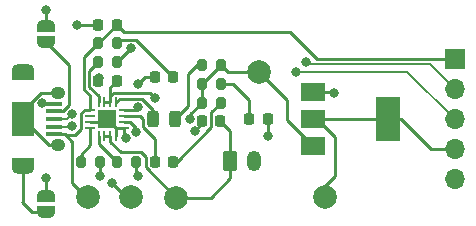
<source format=gtl>
%TF.GenerationSoftware,KiCad,Pcbnew,(6.0.0-0)*%
%TF.CreationDate,2022-11-25T09:54:54+01:00*%
%TF.ProjectId,bq24072_pmic_board,62713234-3037-4325-9f70-6d69635f626f,rev?*%
%TF.SameCoordinates,Original*%
%TF.FileFunction,Copper,L1,Top*%
%TF.FilePolarity,Positive*%
%FSLAX46Y46*%
G04 Gerber Fmt 4.6, Leading zero omitted, Abs format (unit mm)*
G04 Created by KiCad (PCBNEW (6.0.0-0)) date 2022-11-25 09:54:54*
%MOMM*%
%LPD*%
G01*
G04 APERTURE LIST*
G04 Aperture macros list*
%AMRoundRect*
0 Rectangle with rounded corners*
0 $1 Rounding radius*
0 $2 $3 $4 $5 $6 $7 $8 $9 X,Y pos of 4 corners*
0 Add a 4 corners polygon primitive as box body*
4,1,4,$2,$3,$4,$5,$6,$7,$8,$9,$2,$3,0*
0 Add four circle primitives for the rounded corners*
1,1,$1+$1,$2,$3*
1,1,$1+$1,$4,$5*
1,1,$1+$1,$6,$7*
1,1,$1+$1,$8,$9*
0 Add four rect primitives between the rounded corners*
20,1,$1+$1,$2,$3,$4,$5,0*
20,1,$1+$1,$4,$5,$6,$7,0*
20,1,$1+$1,$6,$7,$8,$9,0*
20,1,$1+$1,$8,$9,$2,$3,0*%
%AMFreePoly0*
4,1,22,0.500000,-0.750000,0.000000,-0.750000,0.000000,-0.745033,-0.079941,-0.743568,-0.215256,-0.701293,-0.333266,-0.622738,-0.424486,-0.514219,-0.481581,-0.384460,-0.499164,-0.250000,-0.500000,-0.250000,-0.500000,0.250000,-0.499164,0.250000,-0.499963,0.256109,-0.478152,0.396186,-0.417904,0.524511,-0.324060,0.630769,-0.204165,0.706417,-0.067858,0.745374,0.000000,0.744959,0.000000,0.750000,
0.500000,0.750000,0.500000,-0.750000,0.500000,-0.750000,$1*%
%AMFreePoly1*
4,1,20,0.000000,0.744959,0.073905,0.744508,0.209726,0.703889,0.328688,0.626782,0.421226,0.519385,0.479903,0.390333,0.500000,0.250000,0.500000,-0.250000,0.499851,-0.262216,0.476331,-0.402017,0.414519,-0.529596,0.319384,-0.634700,0.198574,-0.708877,0.061801,-0.746166,0.000000,-0.745033,0.000000,-0.750000,-0.500000,-0.750000,-0.500000,0.750000,0.000000,0.750000,0.000000,0.744959,
0.000000,0.744959,$1*%
G04 Aperture macros list end*
%TA.AperFunction,SMDPad,CuDef*%
%ADD10RoundRect,0.200000X0.200000X0.275000X-0.200000X0.275000X-0.200000X-0.275000X0.200000X-0.275000X0*%
%TD*%
%TA.AperFunction,SMDPad,CuDef*%
%ADD11C,2.000000*%
%TD*%
%TA.AperFunction,SMDPad,CuDef*%
%ADD12RoundRect,0.200000X-0.200000X-0.275000X0.200000X-0.275000X0.200000X0.275000X-0.200000X0.275000X0*%
%TD*%
%TA.AperFunction,ComponentPad*%
%ADD13R,1.700000X1.700000*%
%TD*%
%TA.AperFunction,ComponentPad*%
%ADD14O,1.700000X1.700000*%
%TD*%
%TA.AperFunction,SMDPad,CuDef*%
%ADD15RoundRect,0.218750X-0.218750X-0.256250X0.218750X-0.256250X0.218750X0.256250X-0.218750X0.256250X0*%
%TD*%
%TA.AperFunction,SMDPad,CuDef*%
%ADD16RoundRect,0.225000X-0.225000X-0.250000X0.225000X-0.250000X0.225000X0.250000X-0.225000X0.250000X0*%
%TD*%
%TA.AperFunction,ComponentPad*%
%ADD17RoundRect,0.250000X-0.350000X-0.625000X0.350000X-0.625000X0.350000X0.625000X-0.350000X0.625000X0*%
%TD*%
%TA.AperFunction,ComponentPad*%
%ADD18O,1.200000X1.750000*%
%TD*%
%TA.AperFunction,SMDPad,CuDef*%
%ADD19RoundRect,0.062500X0.062500X-0.375000X0.062500X0.375000X-0.062500X0.375000X-0.062500X-0.375000X0*%
%TD*%
%TA.AperFunction,SMDPad,CuDef*%
%ADD20RoundRect,0.062500X0.375000X-0.062500X0.375000X0.062500X-0.375000X0.062500X-0.375000X-0.062500X0*%
%TD*%
%TA.AperFunction,SMDPad,CuDef*%
%ADD21R,1.600000X1.600000*%
%TD*%
%TA.AperFunction,SMDPad,CuDef*%
%ADD22FreePoly0,90.000000*%
%TD*%
%TA.AperFunction,SMDPad,CuDef*%
%ADD23FreePoly1,90.000000*%
%TD*%
%TA.AperFunction,SMDPad,CuDef*%
%ADD24RoundRect,0.218750X0.218750X0.256250X-0.218750X0.256250X-0.218750X-0.256250X0.218750X-0.256250X0*%
%TD*%
%TA.AperFunction,SMDPad,CuDef*%
%ADD25R,1.350000X0.400000*%
%TD*%
%TA.AperFunction,ComponentPad*%
%ADD26O,1.250000X1.050000*%
%TD*%
%TA.AperFunction,SMDPad,CuDef*%
%ADD27R,1.900000X0.875000*%
%TD*%
%TA.AperFunction,ComponentPad*%
%ADD28O,1.900000X1.000000*%
%TD*%
%TA.AperFunction,SMDPad,CuDef*%
%ADD29R,1.900000X2.900000*%
%TD*%
%TA.AperFunction,SMDPad,CuDef*%
%ADD30RoundRect,0.225000X0.225000X0.250000X-0.225000X0.250000X-0.225000X-0.250000X0.225000X-0.250000X0*%
%TD*%
%TA.AperFunction,SMDPad,CuDef*%
%ADD31R,2.000000X1.500000*%
%TD*%
%TA.AperFunction,SMDPad,CuDef*%
%ADD32R,2.000000X3.800000*%
%TD*%
%TA.AperFunction,SMDPad,CuDef*%
%ADD33RoundRect,0.243750X-0.243750X-0.456250X0.243750X-0.456250X0.243750X0.456250X-0.243750X0.456250X0*%
%TD*%
%TA.AperFunction,ViaPad*%
%ADD34C,0.800000*%
%TD*%
%TA.AperFunction,Conductor*%
%ADD35C,0.250000*%
%TD*%
%TA.AperFunction,Conductor*%
%ADD36C,0.200000*%
%TD*%
G04 APERTURE END LIST*
D10*
X136025000Y-93600000D03*
X134375000Y-93600000D03*
D11*
X132000000Y-96600000D03*
D10*
X134450000Y-83600000D03*
X132800000Y-83600000D03*
D12*
X131350000Y-93600000D03*
X133000000Y-93600000D03*
D13*
X163025000Y-84950000D03*
D14*
X163025000Y-87490000D03*
X163025000Y-90030000D03*
X163025000Y-92570000D03*
X163025000Y-95110000D03*
D12*
X141575000Y-87000000D03*
X143225000Y-87000000D03*
D15*
X137612500Y-86400000D03*
X139187500Y-86400000D03*
D16*
X132825000Y-86800000D03*
X134375000Y-86800000D03*
D17*
X144000000Y-93550000D03*
D18*
X146000000Y-93550000D03*
D11*
X139400000Y-96650000D03*
X135600000Y-96600000D03*
D16*
X141625000Y-90200000D03*
X143175000Y-90200000D03*
D19*
X132850000Y-91437500D03*
X133350000Y-91437500D03*
X133850000Y-91437500D03*
X134350000Y-91437500D03*
D20*
X135037500Y-90750000D03*
X135037500Y-90250000D03*
X135037500Y-89750000D03*
X135037500Y-89250000D03*
D19*
X134350000Y-88562500D03*
X133850000Y-88562500D03*
X133350000Y-88562500D03*
X132850000Y-88562500D03*
D20*
X132162500Y-89250000D03*
X132162500Y-89750000D03*
X132162500Y-90250000D03*
X132162500Y-90750000D03*
D21*
X133600000Y-90000000D03*
D12*
X132800000Y-85200000D03*
X134450000Y-85200000D03*
D22*
X128400000Y-97850000D03*
D23*
X128400000Y-96550000D03*
D24*
X147187500Y-90000000D03*
X145612500Y-90000000D03*
D25*
X129095000Y-91300000D03*
X129095000Y-90650000D03*
X129095000Y-90000000D03*
X129095000Y-89350000D03*
X129095000Y-88700000D03*
D26*
X129420000Y-92225000D03*
D27*
X126420000Y-93737500D03*
D26*
X129420000Y-87775000D03*
D28*
X126420000Y-85825000D03*
D27*
X126420000Y-86262500D03*
D28*
X126420000Y-94175000D03*
D29*
X126420000Y-90000000D03*
D30*
X134375000Y-82000000D03*
X132825000Y-82000000D03*
D12*
X141575000Y-88600000D03*
X143225000Y-88600000D03*
D15*
X137612500Y-93600000D03*
X139187500Y-93600000D03*
D10*
X143225000Y-85400000D03*
X141575000Y-85400000D03*
D31*
X151050000Y-87700000D03*
X151050000Y-90000000D03*
D32*
X157350000Y-90000000D03*
D31*
X151050000Y-92300000D03*
D11*
X146400000Y-86000000D03*
X152000000Y-96600000D03*
D22*
X128400000Y-83450000D03*
D23*
X128400000Y-82150000D03*
D33*
X137462500Y-90000000D03*
X139337500Y-90000000D03*
D34*
X132906851Y-86503906D03*
X134000000Y-95400000D03*
X131000000Y-82000000D03*
X136200000Y-89000000D03*
X128100962Y-88642440D03*
X135600000Y-84000000D03*
X136200000Y-94800000D03*
X152800000Y-87800000D03*
X128400000Y-95000000D03*
X135157960Y-91625958D03*
X133000000Y-94800000D03*
X128400000Y-80800000D03*
X141000000Y-91000000D03*
X136200000Y-87000000D03*
X147200000Y-91400000D03*
X136008406Y-91100842D03*
X137600000Y-88200000D03*
X140575500Y-90000000D03*
X150400000Y-85200000D03*
X130626491Y-89584265D03*
X149600000Y-86000000D03*
X130600000Y-90600000D03*
D35*
X149030000Y-82634000D02*
X135009000Y-82634000D01*
X130625480Y-95425480D02*
X131800000Y-96600000D01*
X131400480Y-90824120D02*
X131400480Y-89527192D01*
X131677672Y-89250000D02*
X132162500Y-89250000D01*
X135009000Y-82634000D02*
X134375000Y-82000000D01*
X130044501Y-91324501D02*
X130900099Y-91324501D01*
X132162500Y-88025342D02*
X131600969Y-87463811D01*
X131400480Y-89527192D02*
X131677672Y-89250000D01*
X130020000Y-91300000D02*
X130044501Y-91324501D01*
X130625480Y-91905480D02*
X130625480Y-95425480D01*
X130020000Y-91300000D02*
X130625480Y-91905480D01*
X129095000Y-91300000D02*
X130020000Y-91300000D01*
X132800000Y-83600000D02*
X132800000Y-83575000D01*
X131600969Y-87463811D02*
X131600969Y-84774031D01*
X131600969Y-84774031D02*
X132825000Y-83550000D01*
X163025000Y-84950000D02*
X151346000Y-84950000D01*
X132162500Y-89250000D02*
X132162500Y-88025342D01*
X130900099Y-91324501D02*
X131400480Y-90824120D01*
X151346000Y-84950000D02*
X149030000Y-82634000D01*
X132800000Y-83575000D02*
X134375000Y-82000000D01*
X135037500Y-89250000D02*
X135950000Y-89250000D01*
X134350000Y-90750000D02*
X133600000Y-90000000D01*
X128158522Y-88700000D02*
X128100962Y-88642440D01*
X134450000Y-85200000D02*
X134450000Y-85150000D01*
X136025000Y-93600000D02*
X136025000Y-94625000D01*
X147187500Y-91387500D02*
X147200000Y-91400000D01*
X136025000Y-94625000D02*
X136200000Y-94800000D01*
X135037500Y-91505498D02*
X135157960Y-91625958D01*
X136800000Y-86400000D02*
X136200000Y-87000000D01*
X135037500Y-90837500D02*
X135037500Y-91505498D01*
X132825000Y-81821000D02*
X132825000Y-82000000D01*
X132162500Y-90250000D02*
X133350000Y-90250000D01*
X133350000Y-90250000D02*
X133600000Y-90000000D01*
X129095000Y-88700000D02*
X128158522Y-88700000D01*
X135600000Y-96600000D02*
X135200000Y-96600000D01*
X132825000Y-82000000D02*
X131000000Y-82000000D01*
X141625000Y-90375000D02*
X141000000Y-91000000D01*
X147187500Y-90000000D02*
X147187500Y-91387500D01*
X137612500Y-86400000D02*
X136800000Y-86400000D01*
X135200000Y-96600000D02*
X134000000Y-95400000D01*
X134450000Y-85150000D02*
X135600000Y-84000000D01*
X128400000Y-96550000D02*
X128400000Y-95000000D01*
X128400000Y-82150000D02*
X128400000Y-80800000D01*
X152700000Y-87700000D02*
X152800000Y-87800000D01*
X135037500Y-90750000D02*
X134350000Y-90750000D01*
X135037500Y-90750000D02*
X135037500Y-90837500D01*
X135950000Y-89250000D02*
X136200000Y-89000000D01*
X133000000Y-93600000D02*
X133000000Y-94800000D01*
X151050000Y-87700000D02*
X152700000Y-87700000D01*
X132906851Y-86718149D02*
X132906851Y-86503906D01*
X141625000Y-90200000D02*
X141625000Y-90375000D01*
X132825000Y-86800000D02*
X132906851Y-86718149D01*
X134350000Y-90750000D02*
X134350000Y-91437500D01*
X139400000Y-96650000D02*
X142350000Y-96650000D01*
X143175000Y-90200000D02*
X144000000Y-91025000D01*
X136442263Y-92800480D02*
X136850480Y-93208697D01*
X136850480Y-94100480D02*
X139400000Y-96650000D01*
X133850000Y-91437500D02*
X133850000Y-91922328D01*
X133350000Y-91437500D02*
X133850000Y-91437500D01*
X133850000Y-91922328D02*
X134728152Y-92800480D01*
X134728152Y-92800480D02*
X136442263Y-92800480D01*
X144000000Y-95000000D02*
X144000000Y-93550000D01*
X144000000Y-91025000D02*
X144000000Y-93550000D01*
X142350000Y-96650000D02*
X144000000Y-95000000D01*
X136850480Y-93208697D02*
X136850480Y-94100480D01*
X143225000Y-85400000D02*
X143825000Y-86000000D01*
X143825000Y-86000000D02*
X146400000Y-86000000D01*
X133850000Y-88562500D02*
X133850000Y-87325000D01*
X137600000Y-88200000D02*
X137200480Y-87800480D01*
X133850000Y-88077672D02*
X133850000Y-88562500D01*
X135522328Y-90250000D02*
X136008406Y-90736078D01*
X133850000Y-87325000D02*
X134375000Y-86800000D01*
X148800000Y-90050000D02*
X151050000Y-92300000D01*
X141625000Y-87000000D02*
X143225000Y-85400000D01*
X141575000Y-87000000D02*
X141625000Y-87000000D01*
X148800000Y-88400000D02*
X148800000Y-90050000D01*
X146400000Y-86000000D02*
X148800000Y-88400000D01*
X137200480Y-87800480D02*
X134127192Y-87800480D01*
X141575000Y-88600000D02*
X141575000Y-87000000D01*
X140575500Y-90000000D02*
X140575500Y-89599500D01*
X133350000Y-88562500D02*
X133850000Y-88562500D01*
X140575500Y-89599500D02*
X141575000Y-88600000D01*
X134127192Y-87800480D02*
X133850000Y-88077672D01*
X135037500Y-90250000D02*
X135522328Y-90250000D01*
X134425000Y-83600000D02*
X134749501Y-83275499D01*
X136062999Y-83275499D02*
X139187500Y-86400000D01*
X134749501Y-83275499D02*
X136062999Y-83275499D01*
X135037500Y-89750000D02*
X136350000Y-89750000D01*
X136600000Y-90000000D02*
X136600000Y-90641155D01*
X136350000Y-89750000D02*
X136600000Y-90000000D01*
X136600000Y-90641155D02*
X137612500Y-91653655D01*
X137612500Y-91653655D02*
X137612500Y-93600000D01*
X142400480Y-90676658D02*
X142400480Y-89424520D01*
X142400480Y-89424520D02*
X143225000Y-88600000D01*
X139187500Y-93600000D02*
X139477138Y-93600000D01*
X139477138Y-93600000D02*
X142400480Y-90676658D01*
X128400000Y-97850000D02*
X127250000Y-97850000D01*
X127943802Y-87775000D02*
X129420000Y-87775000D01*
X126420000Y-90000000D02*
X126420000Y-89298802D01*
X126400000Y-97000000D02*
X126420000Y-96980000D01*
X126420000Y-89298802D02*
X127943802Y-87775000D01*
X127250000Y-97850000D02*
X126400000Y-97000000D01*
X128645000Y-92225000D02*
X129420000Y-92225000D01*
X126420000Y-96980000D02*
X126420000Y-94175000D01*
X126420000Y-90000000D02*
X128645000Y-92225000D01*
X129095000Y-89350000D02*
X129836156Y-89350000D01*
X130369520Y-85419520D02*
X128400000Y-83450000D01*
X129836156Y-89350000D02*
X130369520Y-88816636D01*
X130369520Y-88816636D02*
X130369520Y-85419520D01*
D36*
X130210756Y-90000000D02*
X130626491Y-89584265D01*
X129095000Y-90000000D02*
X130210756Y-90000000D01*
X150400000Y-85200000D02*
X150574511Y-85374511D01*
X160909511Y-85374511D02*
X163025000Y-87490000D01*
X150574511Y-85374511D02*
X160909511Y-85374511D01*
X158995000Y-86000000D02*
X163025000Y-90030000D01*
X149600000Y-86000000D02*
X158995000Y-86000000D01*
X129095000Y-90650000D02*
X130550000Y-90650000D01*
X130550000Y-90650000D02*
X130600000Y-90600000D01*
D35*
X160998000Y-92570000D02*
X163025000Y-92570000D01*
X151050000Y-90000000D02*
X151316000Y-90000000D01*
X151316000Y-90000000D02*
X152840000Y-91524000D01*
X151050000Y-90000000D02*
X157350000Y-90000000D01*
X152840000Y-91524000D02*
X152840000Y-94826000D01*
X152000000Y-95666000D02*
X152000000Y-96600000D01*
X157350000Y-90000000D02*
X158428000Y-90000000D01*
X152840000Y-94826000D02*
X152000000Y-95666000D01*
X158428000Y-90000000D02*
X160998000Y-92570000D01*
X137462500Y-89237900D02*
X137462500Y-90000000D01*
X134350000Y-88562500D02*
X134637001Y-88275499D01*
X134637001Y-88275499D02*
X136500099Y-88275499D01*
X136500099Y-88275499D02*
X137462500Y-89237900D01*
X140400000Y-86200000D02*
X141200000Y-85400000D01*
X140400000Y-88937500D02*
X140400000Y-86200000D01*
X139337500Y-90000000D02*
X140400000Y-88937500D01*
X141200000Y-85400000D02*
X141575000Y-85400000D01*
X144200000Y-87000000D02*
X145612500Y-88412500D01*
X145612500Y-88412500D02*
X145612500Y-90000000D01*
X143225000Y-87000000D02*
X144200000Y-87000000D01*
X132050480Y-87277618D02*
X132850000Y-88077138D01*
X132050480Y-85949520D02*
X132050480Y-87277618D01*
X132800000Y-85200000D02*
X132050480Y-85949520D01*
X132850000Y-88077138D02*
X132850000Y-88562500D01*
X131350000Y-93050000D02*
X132162500Y-92237500D01*
X132162500Y-92237500D02*
X132162500Y-90750000D01*
X131350000Y-93600000D02*
X131350000Y-93050000D01*
X132850000Y-92075000D02*
X132850000Y-91437500D01*
X134375000Y-93600000D02*
X132850000Y-92075000D01*
M02*

</source>
